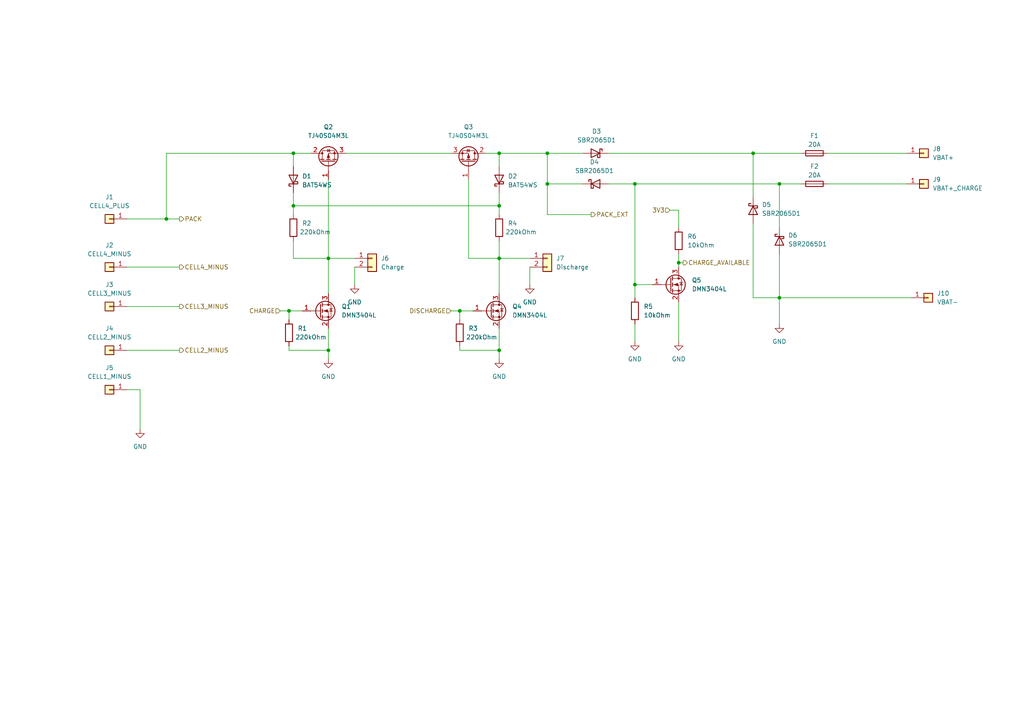
<source format=kicad_sch>
(kicad_sch (version 20230121) (generator eeschema)
  (paper "A4")
  (lib_symbols
    (symbol "benediktibk:BAT54WS" (pin_numbers hide) (pin_names (offset 1.016) hide)
      (property "Reference" "D" (at 0 2.54 0))
      (property "Value" "BAT54WS" (at 0 -2.54 0))
      (symbol "BAT54WS_0_1"
        (polyline (pts (xy 1.27 0) (xy -1.27 0)))
        (polyline (pts (xy 1.27 1.27) (xy 1.27 -1.27) (xy -1.27 0) (xy 1.27 1.27)) (stroke (width 0.254)))
        (polyline (pts (xy -1.905 0.635) (xy -1.905 1.27) (xy -1.27 1.27) (xy -1.27 -1.27) (xy -0.635 -1.27) (xy -0.635 -0.635)) (stroke (width 0.254)))
      )
      (symbol "BAT54WS_1_1"
        (pin passive line (at -3.81 0 0) (length 2.54) (name "K") (number "1"))
        (pin passive line (at 3.81 0 180) (length 2.54) (name "A") (number "2"))
      )
    )
    (symbol "benediktibk:Conn_01x02" (pin_names (offset 1.016) hide)
      (property "Reference" "J" (at 0 2.54 0))
      (property "Value" "Conn_01x02" (at 0 -5.08 0))
      (symbol "Conn_01x02_1_1"
        (rectangle (start 0 -3.683) (end 1.27 -3.937) (stroke (width 0.1524)))
        (rectangle (start 0 -1.143) (end 1.27 -1.397) (stroke (width 0.1524)))
        (rectangle (start 0 0) (end 2.54 -5.08) (stroke (width 0.254)) (fill (type background)))
        (pin passive line (at -3.81 -1.27 0) (length 3.81) (name "Pin_1") (number "1"))
        (pin passive line (at -3.81 -3.81 0) (length 3.81) (name "Pin_2") (number "2"))
      )
    )
    (symbol "benediktibk:Connector_M6" (pin_names (offset 1.016) hide)
      (property "Reference" "J" (at 0 2.54 0))
      (property "Value" "Connector_M6" (at 0 -3.302 0))
      (symbol "Connector_M6_1_1"
        (rectangle (start -1.27 0.127) (end 0 -0.127) (stroke (width 0.1524)))
        (rectangle (start -1.27 1.27) (end 1.27 -1.27) (stroke (width 0.254)) (fill (type background)))
        (pin passive line (at -5.08 0 0) (length 3.81) (name "Pin_1") (number "1"))
      )
    )
    (symbol "benediktibk:DMN3404L" (pin_names (offset 0) hide)
      (property "Reference" "Q" (at 5.08 1.27 0))
      (property "Value" "DMN3404L" (at 5.08 -1.27 0))
      (symbol "DMN3404L_0_1"
        (polyline (pts (xy 0.254 0) (xy -2.54 0)))
        (polyline (pts (xy 0.254 1.905) (xy 0.254 -1.905)) (stroke (width 0.254)))
        (polyline (pts (xy 0.762 -1.27) (xy 0.762 -2.286)) (stroke (width 0.254)))
        (polyline (pts (xy 0.762 0.508) (xy 0.762 -0.508)) (stroke (width 0.254)))
        (polyline (pts (xy 0.762 2.286) (xy 0.762 1.27)) (stroke (width 0.254)))
        (polyline (pts (xy 2.54 2.54) (xy 2.54 1.778)))
        (polyline (pts (xy 2.54 -2.54) (xy 2.54 0) (xy 0.762 0)))
        (polyline (pts (xy 0.762 1.778) (xy 3.302 1.778) (xy 3.302 -1.778) (xy 0.762 -1.778)))
        (polyline (pts (xy 1.27 0) (xy 2.286 0.381) (xy 2.286 -0.381) (xy 1.27 0)) (fill (type outline)))
        (polyline (pts (xy 2.794 0.508) (xy 2.921 0.635) (xy 3.683 0.635) (xy 3.81 0.762)))
        (polyline (pts (xy 3.302 0.508) (xy 2.921 -0.127) (xy 3.683 -0.127) (xy 3.302 0.508)))
        (circle (center 1.651 0) (radius 2.794) (stroke (width 0.254)))
        (circle (center 2.54 -1.778) (radius 0.254) (fill (type outline)))
        (circle (center 2.54 1.778) (radius 0.254) (fill (type outline)))
      )
      (symbol "DMN3404L_1_1"
        (pin input line (at -5.08 0 0) (length 2.54) (name "G") (number "1"))
        (pin passive line (at 2.54 -5.08 90) (length 2.54) (name "S") (number "2"))
        (pin passive line (at 2.54 5.08 270) (length 2.54) (name "D") (number "3"))
      )
    )
    (symbol "benediktibk:KEYSTONE_blade_fuse_holder" (pin_numbers hide) (pin_names (offset 0))
      (property "Reference" "F" (at 2.032 0 90))
      (property "Value" "KEYSTONE_blade_fuse_holder" (at -1.905 0 90))
      (symbol "KEYSTONE_blade_fuse_holder_0_1"
        (rectangle (start -0.762 -2.54) (end 0.762 2.54) (stroke (width 0.254)))
        (polyline (pts (xy 0 2.54) (xy 0 -2.54)))
      )
      (symbol "KEYSTONE_blade_fuse_holder_1_1"
        (pin passive line (at 0 3.81 270) (length 1.27) (name "~") (number "1"))
        (pin passive line (at 0 -3.81 90) (length 1.27) (name "~") (number "2"))
      )
    )
    (symbol "benediktibk:R_10kOhm_SMD_0603_100mW_1%" (pin_numbers hide) (pin_names (offset 0))
      (property "Reference" "R" (at 2.032 0 90))
      (property "Value" "R_10kOhm_SMD_0603_100mW_1%" (at -5.588 -1.016 90))
      (symbol "R_10kOhm_SMD_0603_100mW_1%_0_1"
        (rectangle (start -1.016 -2.54) (end 1.016 2.54) (stroke (width 0.254)))
      )
      (symbol "R_10kOhm_SMD_0603_100mW_1%_1_1"
        (pin passive line (at 0 3.81 270) (length 1.27) (name "~") (number "1"))
        (pin passive line (at 0 -3.81 90) (length 1.27) (name "~") (number "2"))
      )
    )
    (symbol "benediktibk:R_220kOhm_SMD_0603_100mW_1%" (pin_numbers hide) (pin_names (offset 0))
      (property "Reference" "R" (at 2.032 0 90))
      (property "Value" "R_220kOhm_SMD_0603_100mW_1%" (at -5.588 -1.016 90))
      (symbol "R_220kOhm_SMD_0603_100mW_1%_0_1"
        (rectangle (start -1.016 -2.54) (end 1.016 2.54) (stroke (width 0.254)))
      )
      (symbol "R_220kOhm_SMD_0603_100mW_1%_1_1"
        (pin passive line (at 0 3.81 270) (length 1.27) (name "~") (number "1"))
        (pin passive line (at 0 -3.81 90) (length 1.27) (name "~") (number "2"))
      )
    )
    (symbol "benediktibk:SBR2065D1" (pin_numbers hide) (pin_names (offset 1.016) hide)
      (property "Reference" "D" (at 0 2.54 0))
      (property "Value" "SBR2065D1" (at 0 -2.54 0))
      (symbol "SBR2065D1_0_1"
        (polyline (pts (xy 1.27 0) (xy -1.27 0)))
        (polyline (pts (xy 1.27 1.27) (xy 1.27 -1.27) (xy -1.27 0) (xy 1.27 1.27)) (stroke (width 0.254)))
        (polyline (pts (xy -1.905 0.635) (xy -1.905 1.27) (xy -1.27 1.27) (xy -1.27 -1.27) (xy -0.635 -1.27) (xy -0.635 -0.635)) (stroke (width 0.254)))
      )
      (symbol "SBR2065D1_1_1"
        (pin passive line (at 3.81 0 180) (length 2.54) (name "A") (number "1"))
        (pin passive line (at -3.81 0 0) (length 2.54) (name "K") (number "2"))
      )
    )
    (symbol "benediktibk:TJ40S04M3L" (pin_names (offset 0) hide)
      (property "Reference" "Q" (at 5.08 1.27 0))
      (property "Value" "TJ40S04M3L" (at 5.08 -1.27 0))
      (symbol "TJ40S04M3L_0_1"
        (polyline (pts (xy 0.254 0) (xy -2.54 0)))
        (polyline (pts (xy 0.254 1.905) (xy 0.254 -1.905)) (stroke (width 0.254)))
        (polyline (pts (xy 0.762 -1.27) (xy 0.762 -2.286)) (stroke (width 0.254)))
        (polyline (pts (xy 0.762 0.508) (xy 0.762 -0.508)) (stroke (width 0.254)))
        (polyline (pts (xy 0.762 2.286) (xy 0.762 1.27)) (stroke (width 0.254)))
        (polyline (pts (xy 2.54 2.54) (xy 2.54 1.778)))
        (polyline (pts (xy 2.54 -2.54) (xy 2.54 0) (xy 0.762 0)))
        (polyline (pts (xy 0.762 1.778) (xy 3.302 1.778) (xy 3.302 -1.778) (xy 0.762 -1.778)))
        (polyline (pts (xy 2.286 0) (xy 1.27 0.381) (xy 1.27 -0.381) (xy 2.286 0)) (fill (type outline)))
        (polyline (pts (xy 2.794 -0.508) (xy 2.921 -0.381) (xy 3.683 -0.381) (xy 3.81 -0.254)))
        (polyline (pts (xy 3.302 -0.381) (xy 2.921 0.254) (xy 3.683 0.254) (xy 3.302 -0.381)))
        (circle (center 1.651 0) (radius 2.794) (stroke (width 0.254)))
        (circle (center 2.54 -1.778) (radius 0.254) (fill (type outline)))
        (circle (center 2.54 1.778) (radius 0.254) (fill (type outline)))
      )
      (symbol "TJ40S04M3L_1_1"
        (pin input line (at -5.08 0 0) (length 2.54) (name "G") (number "1"))
        (pin passive line (at 2.54 5.08 270) (length 2.54) (name "D") (number "2"))
        (pin passive line (at 2.54 -5.08 90) (length 2.54) (name "S") (number "3"))
      )
    )
    (symbol "power:GND" (power) (pin_names (offset 0))
      (property "Value" "GND" (at 0 -3.81 0))
      (symbol "GND_0_1"
        (polyline (pts (xy 0 0) (xy 0 -1.27) (xy 1.27 -1.27) (xy 0 -2.54) (xy -1.27 -1.27) (xy 0 -1.27)))
      )
      (symbol "GND_1_1"
        (pin power_in line (at 0 0 270) (length 0) hide (name "GND") (number "1"))
      )
    )
  )
  (junction (at 196.85 76.2))
  (junction (at 184.15 53.34))
  (junction (at 226.06 86.36))
  (junction (at 158.75 53.34))
  (junction (at 85.09 59.69))
  (junction (at 83.82 90.17))
  (junction (at 158.75 44.45))
  (junction (at 144.78 59.69))
  (junction (at 144.78 101.6))
  (junction (at 48.26 63.5))
  (junction (at 133.35 90.17))
  (junction (at 95.25 101.6))
  (junction (at 226.06 53.34))
  (junction (at 184.15 82.55))
  (junction (at 95.25 74.93))
  (junction (at 144.78 74.93))
  (junction (at 218.44 44.45))
  (junction (at 85.09 44.45))
  (junction (at 144.78 44.45))
  (wire (pts (xy 48.26 44.45) (xy 48.26 63.5)))
  (wire (pts (xy 218.44 64.77) (xy 218.44 86.36)))
  (wire (pts (xy 36.83 88.9) (xy 52.07 88.9)))
  (wire (pts (xy 168.91 53.34) (xy 158.75 53.34)))
  (wire (pts (xy 218.44 44.45) (xy 218.44 57.15)))
  (wire (pts (xy 85.09 59.69) (xy 85.09 62.23)))
  (wire (pts (xy 133.35 100.33) (xy 133.35 101.6)))
  (wire (pts (xy 85.09 44.45) (xy 85.09 48.26)))
  (wire (pts (xy 36.83 113.03) (xy 40.64 113.03)))
  (wire (pts (xy 85.09 44.45) (xy 48.26 44.45)))
  (wire (pts (xy 133.35 90.17) (xy 133.35 92.71)))
  (wire (pts (xy 133.35 101.6) (xy 144.78 101.6)))
  (wire (pts (xy 196.85 60.96) (xy 196.85 66.04)))
  (wire (pts (xy 176.53 53.34) (xy 184.15 53.34)))
  (wire (pts (xy 184.15 82.55) (xy 189.23 82.55)))
  (wire (pts (xy 36.83 77.47) (xy 52.07 77.47)))
  (wire (pts (xy 83.82 90.17) (xy 87.63 90.17)))
  (wire (pts (xy 184.15 53.34) (xy 226.06 53.34)))
  (wire (pts (xy 226.06 86.36) (xy 264.16 86.36)))
  (wire (pts (xy 130.81 90.17) (xy 133.35 90.17)))
  (wire (pts (xy 184.15 93.98) (xy 184.15 99.06)))
  (wire (pts (xy 144.78 95.25) (xy 144.78 101.6)))
  (wire (pts (xy 144.78 74.93) (xy 144.78 85.09)))
  (wire (pts (xy 144.78 69.85) (xy 144.78 74.93)))
  (wire (pts (xy 95.25 101.6) (xy 95.25 104.14)))
  (wire (pts (xy 196.85 73.66) (xy 196.85 76.2)))
  (wire (pts (xy 144.78 74.93) (xy 153.67 74.93)))
  (wire (pts (xy 176.53 44.45) (xy 218.44 44.45)))
  (wire (pts (xy 48.26 63.5) (xy 52.07 63.5)))
  (wire (pts (xy 144.78 48.26) (xy 144.78 44.45)))
  (wire (pts (xy 144.78 59.69) (xy 144.78 55.88)))
  (wire (pts (xy 218.44 44.45) (xy 232.41 44.45)))
  (wire (pts (xy 171.45 62.23) (xy 158.75 62.23)))
  (wire (pts (xy 85.09 55.88) (xy 85.09 59.69)))
  (wire (pts (xy 95.25 74.93) (xy 95.25 85.09)))
  (wire (pts (xy 196.85 87.63) (xy 196.85 99.06)))
  (wire (pts (xy 95.25 52.07) (xy 95.25 74.93)))
  (wire (pts (xy 184.15 86.36) (xy 184.15 82.55)))
  (wire (pts (xy 133.35 90.17) (xy 137.16 90.17)))
  (wire (pts (xy 158.75 44.45) (xy 168.91 44.45)))
  (wire (pts (xy 226.06 93.98) (xy 226.06 86.36)))
  (wire (pts (xy 95.25 74.93) (xy 85.09 74.93)))
  (wire (pts (xy 226.06 53.34) (xy 226.06 66.04)))
  (wire (pts (xy 144.78 59.69) (xy 144.78 62.23)))
  (wire (pts (xy 196.85 76.2) (xy 196.85 77.47)))
  (wire (pts (xy 144.78 101.6) (xy 144.78 104.14)))
  (wire (pts (xy 83.82 101.6) (xy 95.25 101.6)))
  (wire (pts (xy 196.85 76.2) (xy 198.12 76.2)))
  (wire (pts (xy 83.82 100.33) (xy 83.82 101.6)))
  (wire (pts (xy 102.87 77.47) (xy 102.87 82.55)))
  (wire (pts (xy 226.06 86.36) (xy 218.44 86.36)))
  (wire (pts (xy 40.64 113.03) (xy 40.64 124.46)))
  (wire (pts (xy 85.09 74.93) (xy 85.09 69.85)))
  (wire (pts (xy 153.67 77.47) (xy 153.67 82.55)))
  (wire (pts (xy 158.75 53.34) (xy 158.75 44.45)))
  (wire (pts (xy 90.17 44.45) (xy 85.09 44.45)))
  (wire (pts (xy 140.97 44.45) (xy 144.78 44.45)))
  (wire (pts (xy 194.31 60.96) (xy 196.85 60.96)))
  (wire (pts (xy 100.33 44.45) (xy 130.81 44.45)))
  (wire (pts (xy 95.25 95.25) (xy 95.25 101.6)))
  (wire (pts (xy 144.78 44.45) (xy 158.75 44.45)))
  (wire (pts (xy 226.06 73.66) (xy 226.06 86.36)))
  (wire (pts (xy 226.06 53.34) (xy 232.41 53.34)))
  (wire (pts (xy 36.83 101.6) (xy 52.07 101.6)))
  (wire (pts (xy 240.03 53.34) (xy 262.89 53.34)))
  (wire (pts (xy 135.89 74.93) (xy 135.89 52.07)))
  (wire (pts (xy 158.75 62.23) (xy 158.75 53.34)))
  (wire (pts (xy 144.78 74.93) (xy 135.89 74.93)))
  (wire (pts (xy 83.82 90.17) (xy 83.82 92.71)))
  (wire (pts (xy 36.83 63.5) (xy 48.26 63.5)))
  (wire (pts (xy 240.03 44.45) (xy 262.89 44.45)))
  (wire (pts (xy 95.25 74.93) (xy 102.87 74.93)))
  (wire (pts (xy 184.15 82.55) (xy 184.15 53.34)))
  (wire (pts (xy 85.09 59.69) (xy 144.78 59.69)))
  (wire (pts (xy 81.28 90.17) (xy 83.82 90.17)))
  (hierarchical_label "DISCHARGE" (shape input) (at 130.81 90.17 180))
  (hierarchical_label "CELL3_MINUS" (shape output) (at 52.07 88.9 0))
  (hierarchical_label "CELL4_MINUS" (shape output) (at 52.07 77.47 0))
  (hierarchical_label "PACK" (shape output) (at 52.07 63.5 0))
  (hierarchical_label "PACK_EXT" (shape output) (at 171.45 62.23 0))
  (hierarchical_label "CELL2_MINUS" (shape output) (at 52.07 101.6 0))
  (hierarchical_label "CHARGE_AVAILABLE" (shape output) (at 198.12 76.2 0))
  (hierarchical_label "3V3" (shape input) (at 194.31 60.96 180))
  (hierarchical_label "CHARGE" (shape input) (at 81.28 90.17 180))
  (symbol (lib_id "benediktibk:BAT54WS") (at 85.09 52.07 90) (unit 1)
    (property "Reference" "D1" (at 87.63 51.1174 90) (effects (justify right)))
    (property "Value" "BAT54WS" (at 87.63 53.6574 90) (effects (justify right)))
    (property "Footprint" "benediktibk:D_SOD-323" (effects hide))
    (property "Datasheet" "738-4844" (effects hide))
    (property "RS order number" "738-4844" (effects hide))
  )
  (symbol (lib_id "benediktibk:Connector_M6") (at 269.24 86.36 0) (unit 1)
    (property "Reference" "J10" (at 271.78 85.09 0) (effects (justify left)))
    (property "Value" "VBAT-" (at 271.78 87.63 0) (effects (justify left)))
    (property "Footprint" "benediktibk:Connector_M6" (effects hide))
  )
  (symbol (lib_id "benediktibk:SBR2065D1") (at 172.72 44.45 0) (mirror y) (unit 1)
    (property "Reference" "D3" (at 173.0375 38.1 0))
    (property "Value" "SBR2065D1" (at 173.0375 40.64 0))
    (property "Footprint" "benediktibk:SBR2065D1" (effects hide))
    (property "RS order number" "133-3329" (effects hide))
  )
  (symbol (lib_id "power:GND") (at 153.67 82.55 0) (unit 1)
    (property "Reference" "#PWR09" (effects hide))
    (property "Value" "GND" (at 153.67 87.63 0))
  )
  (symbol (lib_id "benediktibk:SBR2065D1") (at 226.06 69.85 90) (mirror x) (unit 1)
    (property "Reference" "D6" (at 228.6 68.2625 90) (effects (justify right)))
    (property "Value" "SBR2065D1" (at 228.6 70.8025 90) (effects (justify right)))
    (property "Footprint" "benediktibk:SBR2065D1" (effects hide))
    (property "RS order number" "133-3329" (effects hide))
  )
  (symbol (lib_id "benediktibk:Connector_M6") (at 267.97 44.45 0) (unit 1)
    (property "Reference" "J8" (at 270.51 43.1799 0) (effects (justify left)))
    (property "Value" "VBAT+" (at 270.51 45.7199 0) (effects (justify left)))
    (property "Footprint" "benediktibk:Connector_M6" (effects hide))
  )
  (symbol (lib_id "benediktibk:SBR2065D1") (at 172.72 53.34 0) (unit 1)
    (property "Reference" "D4" (at 172.4025 46.99 0))
    (property "Value" "SBR2065D1" (at 172.4025 49.53 0))
    (property "Footprint" "benediktibk:SBR2065D1" (effects hide))
    (property "RS order number" "133-3329" (effects hide))
  )
  (symbol (lib_id "benediktibk:KEYSTONE_blade_fuse_holder") (at 236.22 53.34 270) (unit 1)
    (property "Reference" "F2" (at 236.22 48.26 90))
    (property "Value" "20A" (at 236.22 50.8 90))
    (property "Footprint" "benediktibk:KEYSTONE_blade_fus_holder" (effects hide))
    (property "RS order number" "167-6068" (effects hide))
  )
  (symbol (lib_id "benediktibk:Conn_01x02") (at 106.68 73.66 0) (unit 1)
    (property "Reference" "J6" (at 110.49 74.93 0) (effects (justify left)))
    (property "Value" "Charge" (at 110.49 77.47 0) (effects (justify left)))
    (property "Footprint" "benediktibk:PinHeader_1x02_P2.54mm_Vertical" (effects hide))
    (property "RS order number" "251-8086" (effects hide))
  )
  (symbol (lib_id "benediktibk:Connector_M6") (at 31.75 88.9 0) (mirror y) (unit 1)
    (property "Reference" "J3" (at 31.75 82.55 0))
    (property "Value" "CELL3_MINUS" (at 31.75 85.09 0))
    (property "Footprint" "benediktibk:Connector_M6" (effects hide))
  )
  (symbol (lib_id "benediktibk:SBR2065D1") (at 218.44 60.96 90) (mirror x) (unit 1)
    (property "Reference" "D5" (at 220.98 59.3725 90) (effects (justify right)))
    (property "Value" "SBR2065D1" (at 220.98 61.9125 90) (effects (justify right)))
    (property "Footprint" "benediktibk:SBR2065D1" (effects hide))
    (property "RS order number" "133-3329" (effects hide))
  )
  (symbol (lib_id "benediktibk:R_220kOhm_SMD_0603_100mW_1%") (at 133.35 96.52 0) (unit 1)
    (property "Reference" "R3" (at 135.89 95.2499 0) (effects (justify left)))
    (property "Value" "220kOhm" (at 139.7 97.79 0))
    (property "Footprint" "benediktibk:R_0603_1608Metric_Pad0.98x0.95mm_HandSolder" (effects hide))
    (property "RS order number" "678-9986" (effects hide))
  )
  (symbol (lib_id "power:GND") (at 144.78 104.14 0) (unit 1)
    (property "Reference" "#PWR08" (effects hide))
    (property "Value" "GND" (at 144.78 109.22 0))
  )
  (symbol (lib_id "benediktibk:R_10kOhm_SMD_0603_100mW_1%") (at 196.85 69.85 0) (unit 1)
    (property "Reference" "R6" (at 199.39 68.58 0) (effects (justify left)))
    (property "Value" "10kOhm" (at 199.39 71.12 0) (effects (justify left)))
    (property "Footprint" "benediktibk:R_0603_1608Metric_Pad0.98x0.95mm_HandSolder" (effects hide))
    (property "RS order number" "125-1173" (effects hide))
  )
  (symbol (lib_id "power:GND") (at 95.25 104.14 0) (unit 1)
    (property "Reference" "#PWR06" (effects hide))
    (property "Value" "GND" (at 95.25 109.22 0))
  )
  (symbol (lib_id "benediktibk:DMN3404L") (at 194.31 82.55 0) (unit 1)
    (property "Reference" "Q5" (at 200.66 81.28 0) (effects (justify left)))
    (property "Value" "DMN3404L" (at 200.66 83.82 0) (effects (justify left)))
    (property "Footprint" "benediktibk:SOT-23" (effects hide))
    (property "RS order number" "751-4171" (effects hide))
  )
  (symbol (lib_id "power:GND") (at 40.64 124.46 0) (unit 1)
    (property "Reference" "#PWR05" (effects hide))
    (property "Value" "GND" (at 40.64 129.54 0))
  )
  (symbol (lib_id "benediktibk:KEYSTONE_blade_fuse_holder") (at 236.22 44.45 270) (unit 1)
    (property "Reference" "F1" (at 236.22 39.37 90))
    (property "Value" "20A" (at 236.22 41.91 90))
    (property "Footprint" "benediktibk:KEYSTONE_blade_fus_holder" (effects hide))
    (property "RS order number" "167-6068" (effects hide))
  )
  (symbol (lib_id "benediktibk:R_220kOhm_SMD_0603_100mW_1%") (at 85.09 66.04 0) (unit 1)
    (property "Reference" "R2" (at 87.63 64.7699 0) (effects (justify left)))
    (property "Value" "220kOhm" (at 91.44 67.31 0))
    (property "Footprint" "benediktibk:R_0603_1608Metric_Pad0.98x0.95mm_HandSolder" (effects hide))
    (property "RS order number" "678-9986" (effects hide))
  )
  (symbol (lib_id "benediktibk:TJ40S04M3L") (at 135.89 46.99 270) (mirror x) (unit 1)
    (property "Reference" "Q3" (at 135.89 36.83 90))
    (property "Value" "TJ40S04M3L" (at 135.89 39.37 90))
    (property "Footprint" "benediktibk:TO-252-2" (effects hide))
    (property "RS order number" "171-2479" (effects hide))
  )
  (symbol (lib_id "benediktibk:TJ40S04M3L") (at 95.25 46.99 90) (unit 1)
    (property "Reference" "Q2" (at 95.25 36.83 90))
    (property "Value" "TJ40S04M3L" (at 95.25 39.37 90))
    (property "Footprint" "benediktibk:TO-252-2" (effects hide))
    (property "RS order number" "171-2479" (effects hide))
  )
  (symbol (lib_id "benediktibk:DMN3404L") (at 142.24 90.17 0) (unit 1)
    (property "Reference" "Q4" (at 148.59 88.9 0) (effects (justify left)))
    (property "Value" "DMN3404L" (at 148.59 91.44 0) (effects (justify left)))
    (property "Footprint" "benediktibk:SOT-23" (effects hide))
    (property "RS order number" "751-4171" (effects hide))
  )
  (symbol (lib_id "benediktibk:R_220kOhm_SMD_0603_100mW_1%") (at 144.78 66.04 0) (unit 1)
    (property "Reference" "R4" (at 147.32 64.7699 0) (effects (justify left)))
    (property "Value" "220kOhm" (at 151.13 67.31 0))
    (property "Footprint" "benediktibk:R_0603_1608Metric_Pad0.98x0.95mm_HandSolder" (effects hide))
    (property "RS order number" "678-9986" (effects hide))
  )
  (symbol (lib_id "benediktibk:DMN3404L") (at 92.71 90.17 0) (unit 1)
    (property "Reference" "Q1" (at 99.06 88.9 0) (effects (justify left)))
    (property "Value" "DMN3404L" (at 99.06 91.44 0) (effects (justify left)))
    (property "Footprint" "benediktibk:SOT-23" (effects hide))
    (property "RS order number" "751-4171" (effects hide))
  )
  (symbol (lib_id "power:GND") (at 184.15 99.06 0) (unit 1)
    (property "Reference" "#PWR010" (effects hide))
    (property "Value" "GND" (at 184.15 104.14 0))
  )
  (symbol (lib_id "benediktibk:Connector_M6") (at 31.75 63.5 0) (mirror y) (unit 1)
    (property "Reference" "J1" (at 31.75 57.15 0))
    (property "Value" "CELL4_PLUS" (at 31.75 59.69 0))
    (property "Footprint" "benediktibk:Connector_M6" (effects hide))
  )
  (symbol (lib_id "benediktibk:Connector_M6") (at 31.75 113.03 0) (mirror y) (unit 1)
    (property "Reference" "J5" (at 31.75 106.68 0))
    (property "Value" "CELL1_MINUS" (at 31.75 109.22 0))
    (property "Footprint" "benediktibk:Connector_M6" (effects hide))
  )
  (symbol (lib_id "benediktibk:Conn_01x02") (at 157.48 73.66 0) (unit 1)
    (property "Reference" "J7" (at 161.29 74.93 0) (effects (justify left)))
    (property "Value" "Discharge" (at 161.29 77.47 0) (effects (justify left)))
    (property "Footprint" "benediktibk:PinHeader_1x02_P2.54mm_Vertical" (effects hide))
    (property "RS order number" "251-8086" (effects hide))
  )
  (symbol (lib_id "benediktibk:BAT54WS") (at 144.78 52.07 90) (unit 1)
    (property "Reference" "D2" (at 147.32 51.1174 90) (effects (justify right)))
    (property "Value" "BAT54WS" (at 147.32 53.6574 90) (effects (justify right)))
    (property "Footprint" "benediktibk:D_SOD-323" (effects hide))
    (property "Datasheet" "738-4844" (effects hide))
    (property "RS order number" "738-4844" (effects hide))
  )
  (symbol (lib_id "benediktibk:R_220kOhm_SMD_0603_100mW_1%") (at 83.82 96.52 0) (unit 1)
    (property "Reference" "R1" (at 86.36 95.2499 0) (effects (justify left)))
    (property "Value" "220kOhm" (at 90.17 97.79 0))
    (property "Footprint" "benediktibk:R_0603_1608Metric_Pad0.98x0.95mm_HandSolder" (effects hide))
    (property "RS order number" "678-9986" (effects hide))
  )
  (symbol (lib_id "power:GND") (at 102.87 82.55 0) (unit 1)
    (property "Reference" "#PWR07" (effects hide))
    (property "Value" "GND" (at 102.87 87.63 0))
  )
  (symbol (lib_id "power:GND") (at 196.85 99.06 0) (unit 1)
    (property "Reference" "#PWR011" (effects hide))
    (property "Value" "GND" (at 196.85 104.14 0))
  )
  (symbol (lib_id "benediktibk:Connector_M6") (at 267.97 53.34 0) (unit 1)
    (property "Reference" "J9" (at 270.51 52.0699 0) (effects (justify left)))
    (property "Value" "VBAT+_CHARGE" (at 270.51 54.6099 0) (effects (justify left)))
    (property "Footprint" "benediktibk:Connector_M6" (effects hide))
  )
  (symbol (lib_id "benediktibk:Connector_M6") (at 31.75 77.47 0) (mirror y) (unit 1)
    (property "Reference" "J2" (at 31.75 71.12 0))
    (property "Value" "CELL4_MINUS" (at 31.75 73.66 0))
    (property "Footprint" "benediktibk:Connector_M6" (effects hide))
  )
  (symbol (lib_id "power:GND") (at 226.06 93.98 0) (unit 1)
    (property "Reference" "#PWR012" (effects hide))
    (property "Value" "GND" (at 226.06 99.06 0))
  )
  (symbol (lib_id "benediktibk:Connector_M6") (at 31.75 101.6 0) (mirror y) (unit 1)
    (property "Reference" "J4" (at 31.75 95.25 0))
    (property "Value" "CELL2_MINUS" (at 31.75 97.79 0))
    (property "Footprint" "benediktibk:Connector_M6" (effects hide))
  )
  (symbol (lib_id "benediktibk:R_10kOhm_SMD_0603_100mW_1%") (at 184.15 90.17 0) (unit 1)
    (property "Reference" "R5" (at 186.69 88.9 0) (effects (justify left)))
    (property "Value" "10kOhm" (at 186.69 91.44 0) (effects (justify left)))
    (property "Footprint" "benediktibk:R_0603_1608Metric_Pad0.98x0.95mm_HandSolder" (effects hide))
    (property "RS order number" "125-1173" (effects hide))
  )
)
</source>
